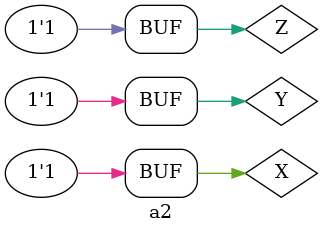
<source format=v>
module PoS (output S1, output S2, input X, Y, Z); // MAXTERMOS
// M 5 6 7
assign S1 = (X|~Y|Z) & (~X|~Y|Z) & (~X|~Y|~Z);
assign S2 = ~Y | (Z & ~X );
endmodule // PoS

module a2;
reg X, Y, Z;
wire S1, S2;
// instancias
PoS POS1(S1, S2, X, Y, Z);
// valores iniciais
initial begin: start
X=1'bx; Y=1'bx; Z=1'bx;// indefinidos
end
// parte principal
initial begin: main
// identificacao
$display("Produto da Soma");
// monitoramento
$display(" X  Y  Z =   nao_simpl  simpl ");
$monitor("%2b %2b %2b =\t%2b \t %2b", X, Y, Z, S1, S2);
// sinalizacao
#1 X=0; Y=0; Z =0;
#1 X=0; Y=0; Z =1;
#1 X=0; Y=1; Z =0;
#1 X=0; Y=1; Z =1;
#1 X=1; Y=0; Z =0;
#1 X=1; Y=0; Z =1;
#1 X=1; Y=1; Z =0;
#1 X=1; Y=1; Z =1;
end
endmodule // test_module
</source>
